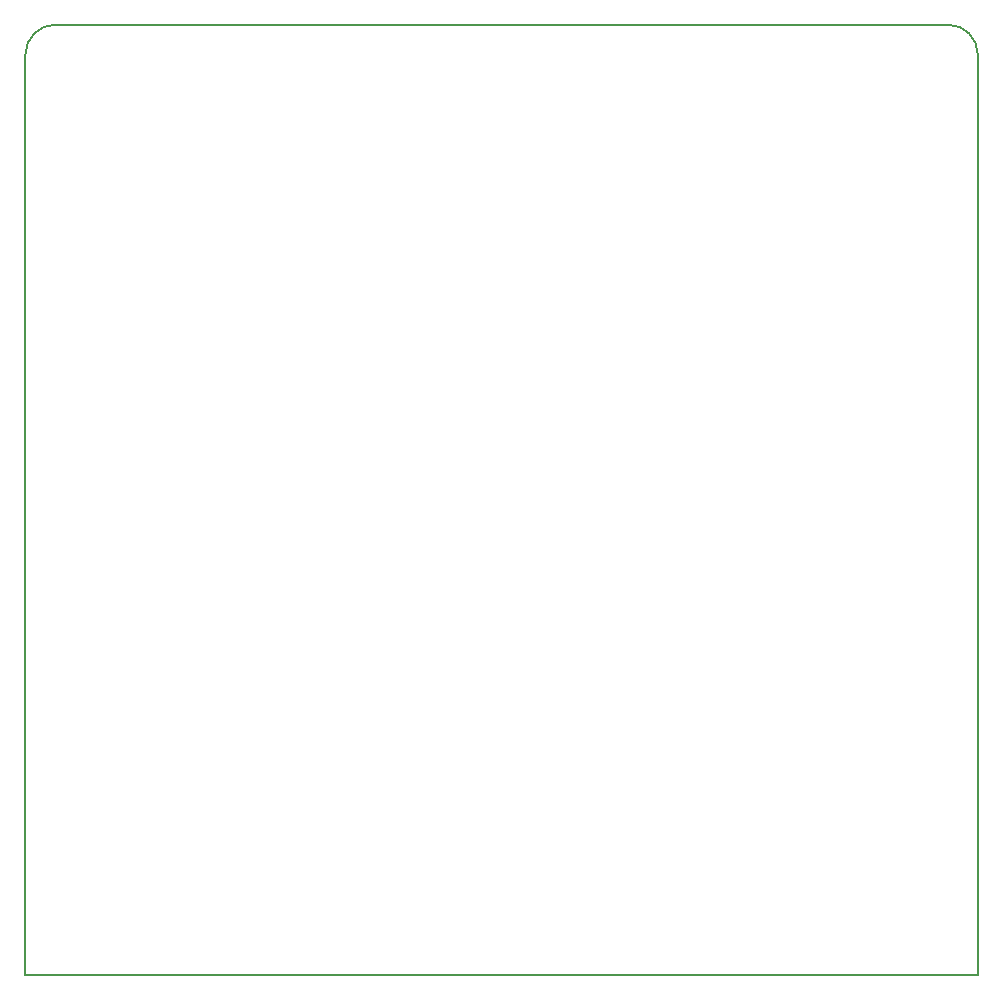
<source format=gbr>
G04 #@! TF.GenerationSoftware,KiCad,Pcbnew,5.0.2+dfsg1-1~bpo9+1*
G04 #@! TF.CreationDate,2019-08-11T15:23:53+01:00*
G04 #@! TF.ProjectId,retro_zero+a_screen,72657472-6f5f-47a6-9572-6f2b615f7363,rev?*
G04 #@! TF.SameCoordinates,Original*
G04 #@! TF.FileFunction,Profile,NP*
%FSLAX46Y46*%
G04 Gerber Fmt 4.6, Leading zero omitted, Abs format (unit mm)*
G04 Created by KiCad (PCBNEW 5.0.2+dfsg1-1~bpo9+1) date Sun 11 Aug 2019 15:23:53 BST*
%MOMM*%
%LPD*%
G01*
G04 APERTURE LIST*
%ADD10C,0.200000*%
G04 APERTURE END LIST*
D10*
X109258100Y-39573200D02*
X184835800Y-39573200D01*
X106718100Y-42100500D02*
X106692700Y-120015000D01*
X187363100Y-42125900D02*
X187337700Y-120040400D01*
X184823100Y-39573200D02*
G75*
G02X187363100Y-42113200I0J-2540000D01*
G01*
X106718100Y-42113200D02*
G75*
G02X109258100Y-39573200I2540000J0D01*
G01*
X106705400Y-120040400D02*
X187337700Y-120040400D01*
M02*

</source>
